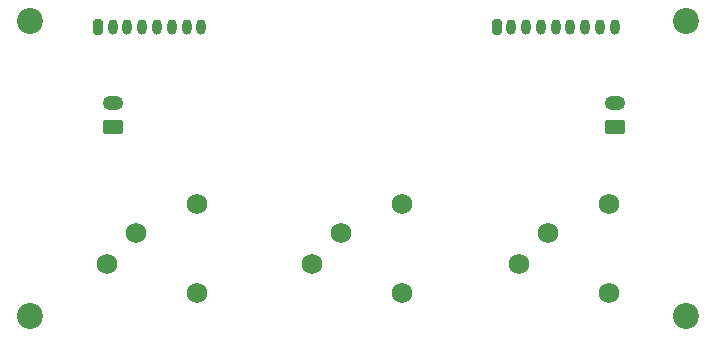
<source format=gbs>
G04 #@! TF.GenerationSoftware,KiCad,Pcbnew,9.0.0*
G04 #@! TF.CreationDate,2025-03-21T14:48:03+11:00*
G04 #@! TF.ProjectId,PCB_BackDesign,5043425f-4261-4636-9b44-657369676e2e,rev?*
G04 #@! TF.SameCoordinates,Original*
G04 #@! TF.FileFunction,Soldermask,Bot*
G04 #@! TF.FilePolarity,Negative*
%FSLAX46Y46*%
G04 Gerber Fmt 4.6, Leading zero omitted, Abs format (unit mm)*
G04 Created by KiCad (PCBNEW 9.0.0) date 2025-03-21 14:48:03*
%MOMM*%
%LPD*%
G01*
G04 APERTURE LIST*
G04 Aperture macros list*
%AMRoundRect*
0 Rectangle with rounded corners*
0 $1 Rounding radius*
0 $2 $3 $4 $5 $6 $7 $8 $9 X,Y pos of 4 corners*
0 Add a 4 corners polygon primitive as box body*
4,1,4,$2,$3,$4,$5,$6,$7,$8,$9,$2,$3,0*
0 Add four circle primitives for the rounded corners*
1,1,$1+$1,$2,$3*
1,1,$1+$1,$4,$5*
1,1,$1+$1,$6,$7*
1,1,$1+$1,$8,$9*
0 Add four rect primitives between the rounded corners*
20,1,$1+$1,$2,$3,$4,$5,0*
20,1,$1+$1,$4,$5,$6,$7,0*
20,1,$1+$1,$6,$7,$8,$9,0*
20,1,$1+$1,$8,$9,$2,$3,0*%
G04 Aperture macros list end*
%ADD10C,1.727200*%
%ADD11C,2.200000*%
%ADD12RoundRect,0.200000X-0.200000X-0.450000X0.200000X-0.450000X0.200000X0.450000X-0.200000X0.450000X0*%
%ADD13O,0.800000X1.300000*%
%ADD14RoundRect,0.250000X0.625000X-0.350000X0.625000X0.350000X-0.625000X0.350000X-0.625000X-0.350000X0*%
%ADD15O,1.750000X1.200000*%
G04 APERTURE END LIST*
D10*
X127156200Y-93543800D03*
X122000000Y-88463800D03*
X119536200Y-91080000D03*
X127156200Y-86000000D03*
X144500000Y-93580000D03*
X139343800Y-88500000D03*
X136880000Y-91116200D03*
X144500000Y-86036200D03*
D11*
X168500000Y-95500000D03*
X168500000Y-70500000D03*
D10*
X162000000Y-93543800D03*
X156843800Y-88463800D03*
X154380000Y-91080000D03*
X162000000Y-86000000D03*
D11*
X113000000Y-70500000D03*
X113000000Y-95500000D03*
D12*
X118750000Y-71000000D03*
D13*
X120000000Y-71000000D03*
X121250000Y-71000000D03*
X122500000Y-71000000D03*
X123750000Y-71000000D03*
X125000000Y-71000000D03*
X126250000Y-71000000D03*
X127500000Y-71000000D03*
D12*
X152500000Y-71000000D03*
D13*
X153750000Y-71000000D03*
X155000000Y-71000000D03*
X156250000Y-71000000D03*
X157500000Y-71000000D03*
X158750000Y-71000000D03*
X160000000Y-71000000D03*
X161250000Y-71000000D03*
X162500000Y-71000000D03*
D14*
X120000000Y-79500000D03*
D15*
X120000000Y-77500000D03*
D14*
X162500000Y-79500000D03*
D15*
X162500000Y-77500000D03*
M02*

</source>
